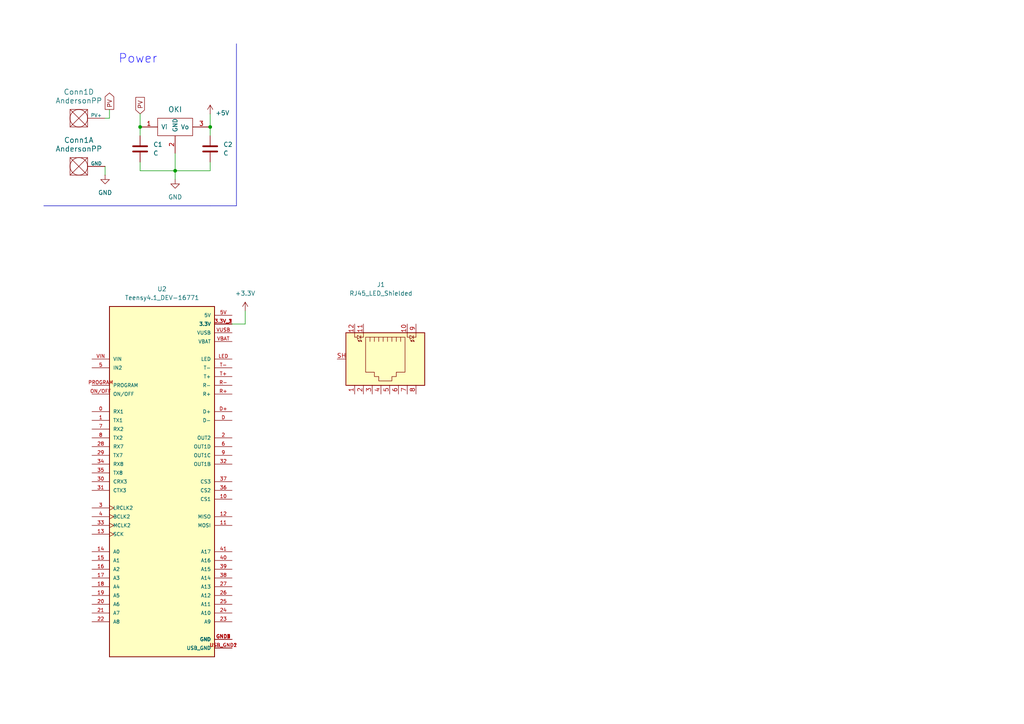
<source format=kicad_sch>
(kicad_sch (version 20231120) (generator "eeschema") (generator_version "8.0")
  (paper "A4")
  (lib_symbols
    (symbol "Connector:RJ45_LED_Shielded" (pin_names (offset 1.016))
      (property "Reference" "J" (at -5.08 13.97 0))
      (property "Value" "RJ45_LED_Shielded" (at 1.27 13.97 0))
      (symbol "RJ45_LED_Shielded_0_1"
        (polyline (pts (xy -7.62 -7.62) (xy -6.35 -7.62)))
        (polyline (pts (xy -7.62 -5.08) (xy -6.35 -5.08)))
        (polyline (pts (xy -7.62 7.62) (xy -6.35 7.62)))
        (polyline (pts (xy -7.62 10.16) (xy -6.35 10.16)))
        (polyline (pts (xy -6.858 -5.842) (xy -5.842 -5.842)))
        (polyline (pts (xy -6.858 9.398) (xy -5.842 9.398)))
        (polyline (pts (xy -6.35 -7.62) (xy -6.35 -6.858)))
        (polyline (pts (xy -6.35 -5.08) (xy -6.35 -5.842)))
        (polyline (pts (xy -6.35 7.62) (xy -6.35 8.382)))
        (polyline (pts (xy -6.35 10.16) (xy -6.35 9.398)))
        (polyline (pts (xy -5.08 -6.223) (xy -5.207 -6.604)))
        (polyline (pts (xy -5.08 -5.588) (xy -5.207 -5.969)))
        (polyline (pts (xy -5.08 4.445) (xy -6.35 4.445)))
        (polyline (pts (xy -5.08 5.715) (xy -6.35 5.715)))
        (polyline (pts (xy -5.08 9.017) (xy -5.207 8.636)))
        (polyline (pts (xy -5.08 9.652) (xy -5.207 9.271)))
        (polyline (pts (xy -6.35 -3.175) (xy -5.08 -3.175) (xy -5.08 -3.175)))
        (polyline (pts (xy -6.35 -1.905) (xy -5.08 -1.905) (xy -5.08 -1.905)))
        (polyline (pts (xy -6.35 -0.635) (xy -5.08 -0.635) (xy -5.08 -0.635)))
        (polyline (pts (xy -6.35 0.635) (xy -5.08 0.635) (xy -5.08 0.635)))
        (polyline (pts (xy -6.35 1.905) (xy -5.08 1.905) (xy -5.08 1.905)))
        (polyline (pts (xy -5.588 -6.731) (xy -5.08 -6.223) (xy -5.461 -6.35)))
        (polyline (pts (xy -5.588 -6.096) (xy -5.08 -5.588) (xy -5.461 -5.715)))
        (polyline (pts (xy -5.588 8.509) (xy -5.08 9.017) (xy -5.461 8.89)))
        (polyline (pts (xy -5.588 9.144) (xy -5.08 9.652) (xy -5.461 9.525)))
        (polyline (pts (xy -5.08 3.175) (xy -6.35 3.175) (xy -6.35 3.175)))
        (polyline (pts (xy -6.35 -5.842) (xy -6.858 -6.858) (xy -5.842 -6.858) (xy -6.35 -5.842)))
        (polyline (pts (xy -6.35 9.398) (xy -6.858 8.382) (xy -5.842 8.382) (xy -6.35 9.398)))
        (polyline (pts (xy -6.35 -4.445) (xy -6.35 6.985) (xy 3.81 6.985) (xy 3.81 4.445) (xy 5.08 4.445) (xy 5.08 3.175) (xy 6.35 3.175) (xy 6.35 -0.635) (xy 5.08 -0.635) (xy 5.08 -1.905) (xy 3.81 -1.905) (xy 3.81 -4.445) (xy -6.35 -4.445) (xy -6.35 -4.445)))
        (rectangle (start 7.62 12.7) (end -7.62 -10.16) (stroke (width 0.254)) (fill (type background)))
      )
      (symbol "RJ45_LED_Shielded_1_1"
        (pin passive line (at 10.16 -7.62 180) (length 2.54) (name "~") (number "1"))
        (pin passive line (at -10.16 7.62 0) (length 2.54) (name "~") (number "10"))
        (pin passive line (at -10.16 -5.08 0) (length 2.54) (name "~") (number "11"))
        (pin passive line (at -10.16 -7.62 0) (length 2.54) (name "~") (number "12"))
        (pin passive line (at 10.16 -5.08 180) (length 2.54) (name "~") (number "2"))
        (pin passive line (at 10.16 -2.54 180) (length 2.54) (name "~") (number "3"))
        (pin passive line (at 10.16 0 180) (length 2.54) (name "~") (number "4"))
        (pin passive line (at 10.16 2.54 180) (length 2.54) (name "~") (number "5"))
        (pin passive line (at 10.16 5.08 180) (length 2.54) (name "~") (number "6"))
        (pin passive line (at 10.16 7.62 180) (length 2.54) (name "~") (number "7"))
        (pin passive line (at 10.16 10.16 180) (length 2.54) (name "~") (number "8"))
        (pin passive line (at -10.16 10.16 0) (length 2.54) (name "~") (number "9"))
        (pin passive line (at 0 -12.7 90) (length 2.54) (name "~") (number "SH"))
      )
    )
    (symbol "Device:C" (pin_numbers hide) (pin_names (offset 0.254))
      (property "Reference" "C" (at 0.635 2.54 0))
      (property "Value" "C" (at 0.635 -2.54 0))
      (symbol "C_0_1"
        (polyline (pts (xy -2.032 -0.762) (xy 2.032 -0.762)) (stroke (width 0.508)))
        (polyline (pts (xy -2.032 0.762) (xy 2.032 0.762)) (stroke (width 0.508)))
      )
      (symbol "C_1_1"
        (pin passive line (at 0 3.81 270) (length 2.794) (name "~") (number "1"))
        (pin passive line (at 0 -3.81 90) (length 2.794) (name "~") (number "2"))
      )
    )
    (symbol "MRDT_Connectors:AndersonPP" (pin_numbers hide) (pin_names (offset 0))
      (property "Reference" "Conn" (at 3.81 -1.27 0))
      (property "Value" "AndersonPP" (at 2.54 6.35 0))
      (symbol "AndersonPP_0_1"
        (polyline (pts (xy 0 5.08) (xy 5.08 0)))
        (polyline (pts (xy 5.08 5.08) (xy 0 0)))
        (rectangle (start 0 0) (end 5.08 5.08))
        (circle (center 2.54 2.54) (radius 2.54))
      )
      (symbol "AndersonPP_1_1"
        (pin input line (at 10.16 2.54 180) (length 5.08) (name "GND") (number "1"))
      )
      (symbol "AndersonPP_2_1"
        (pin input line (at 10.16 2.54 180) (length 5.08) (name "V+Log") (number "2"))
      )
      (symbol "AndersonPP_3_1"
        (pin input line (at 10.16 2.54 180) (length 5.08) (name "V+Act") (number "3"))
      )
      (symbol "AndersonPP_4_1"
        (pin input line (at 10.16 2.54 180) (length 5.08) (name "PV+") (number "4"))
      )
      (symbol "AndersonPP_5_1"
        (pin input line (at 10.16 2.54 180) (length 5.08) (name "~") (number "1"))
      )
    )
    (symbol "MRDT_Devices:OKI" (pin_names (offset 1.016))
      (property "Value" "OKI" (at 5.08 6.35 0))
      (symbol "OKI_0_1"
        (rectangle (start 0 0) (end 10.16 5.08))
      )
      (symbol "OKI_1_1"
        (pin input line (at -5.08 2.54 0) (length 5.08) (name "Vi") (number "1"))
        (pin output line (at 5.08 -5.08 90) (length 5.08) (name "GND") (number "2"))
        (pin output line (at 15.24 2.54 180) (length 5.08) (name "Vo") (number "3"))
      )
    )
    (symbol "MRDT_Shields:Teensy4.1_DEV-16771" (pin_names (offset 1.016))
      (property "Reference" "U" (at -15.24 52.07 0))
      (property "Value" "Teensy4.1_DEV-16771" (at -15.24 -53.34 0))
      (symbol "Teensy4.1_DEV-16771_0_0"
        (rectangle (start -15.24 -50.8) (end 15.24 50.8) (stroke (width 0.254)) (fill (type background)))
        (pin bidirectional line (at -20.32 20.32 0) (length 5.08) (name "RX1") (number "0"))
        (pin bidirectional line (at -20.32 17.78 0) (length 5.08) (name "TX1") (number "1"))
        (pin bidirectional line (at 20.32 -5.08 180) (length 5.08) (name "CS1") (number "10"))
        (pin bidirectional line (at 20.32 -12.7 180) (length 5.08) (name "MOSI") (number "11"))
        (pin bidirectional line (at 20.32 -10.16 180) (length 5.08) (name "MISO") (number "12"))
        (pin bidirectional clock (at -20.32 -15.24 0) (length 5.08) (name "SCK") (number "13"))
        (pin bidirectional line (at -20.32 -20.32 0) (length 5.08) (name "A0") (number "14"))
        (pin bidirectional line (at -20.32 -22.86 0) (length 5.08) (name "A1") (number "15"))
        (pin bidirectional line (at -20.32 -25.4 0) (length 5.08) (name "A2") (number "16"))
        (pin bidirectional line (at -20.32 -27.94 0) (length 5.08) (name "A3") (number "17"))
        (pin bidirectional line (at -20.32 -30.48 0) (length 5.08) (name "A4") (number "18"))
        (pin bidirectional line (at -20.32 -33.02 0) (length 5.08) (name "A5") (number "19"))
        (pin output line (at 20.32 12.7 180) (length 5.08) (name "OUT2") (number "2"))
        (pin bidirectional line (at -20.32 -35.56 0) (length 5.08) (name "A6") (number "20"))
        (pin bidirectional line (at -20.32 -38.1 0) (length 5.08) (name "A7") (number "21"))
        (pin bidirectional line (at -20.32 -40.64 0) (length 5.08) (name "A8") (number "22"))
        (pin bidirectional line (at 20.32 -40.64 180) (length 5.08) (name "A9") (number "23"))
        (pin bidirectional line (at 20.32 -38.1 180) (length 5.08) (name "A10") (number "24"))
        (pin bidirectional line (at 20.32 -35.56 180) (length 5.08) (name "A11") (number "25"))
        (pin bidirectional line (at 20.32 -33.02 180) (length 5.08) (name "A12") (number "26"))
        (pin bidirectional line (at 20.32 -30.48 180) (length 5.08) (name "A13") (number "27"))
        (pin bidirectional line (at -20.32 10.16 0) (length 5.08) (name "RX7") (number "28"))
        (pin bidirectional line (at -20.32 7.62 0) (length 5.08) (name "TX7") (number "29"))
        (pin bidirectional clock (at -20.32 -7.62 0) (length 5.08) (name "LRCLK2") (number "3"))
        (pin power_in line (at 20.32 45.72 180) (length 5.08) (name "3.3V") (number "3.3V_1"))
        (pin power_in line (at 20.32 45.72 180) (length 5.08) (name "3.3V") (number "3.3V_2"))
        (pin power_in line (at 20.32 45.72 180) (length 5.08) (name "3.3V") (number "3.3V_3"))
        (pin bidirectional line (at -20.32 0 0) (length 5.08) (name "CRX3") (number "30"))
        (pin bidirectional line (at -20.32 -2.54 0) (length 5.08) (name "CTX3") (number "31"))
        (pin output line (at 20.32 5.08 180) (length 5.08) (name "OUT1B") (number "32"))
        (pin bidirectional clock (at -20.32 -12.7 0) (length 5.08) (name "MCLK2") (number "33"))
        (pin bidirectional line (at -20.32 5.08 0) (length 5.08) (name "RX8") (number "34"))
        (pin bidirectional line (at -20.32 2.54 0) (length 5.08) (name "TX8") (number "35"))
        (pin bidirectional line (at 20.32 -2.54 180) (length 5.08) (name "CS2") (number "36"))
        (pin bidirectional line (at 20.32 0 180) (length 5.08) (name "CS3") (number "37"))
        (pin bidirectional line (at 20.32 -27.94 180) (length 5.08) (name "A14") (number "38"))
        (pin bidirectional line (at 20.32 -25.4 180) (length 5.08) (name "A15") (number "39"))
        (pin bidirectional clock (at -20.32 -10.16 0) (length 5.08) (name "BCLK2") (number "4"))
        (pin bidirectional line (at 20.32 -22.86 180) (length 5.08) (name "A16") (number "40"))
        (pin bidirectional line (at 20.32 -20.32 180) (length 5.08) (name "A17") (number "41"))
        (pin bidirectional line (at -20.32 33.02 0) (length 5.08) (name "IN2") (number "5"))
        (pin power_in line (at 20.32 48.26 180) (length 5.08) (name "5V") (number "5V"))
        (pin output line (at 20.32 10.16 180) (length 5.08) (name "OUT1D") (number "6"))
        (pin bidirectional line (at -20.32 15.24 0) (length 5.08) (name "RX2") (number "7"))
        (pin bidirectional line (at -20.32 12.7 0) (length 5.08) (name "TX2") (number "8"))
        (pin output line (at 20.32 7.62 180) (length 5.08) (name "OUT1C") (number "9"))
        (pin bidirectional line (at 20.32 17.78 180) (length 5.08) (name "D-") (number "D"))
        (pin bidirectional line (at 20.32 20.32 180) (length 5.08) (name "D+") (number "D+"))
        (pin power_in line (at 20.32 -45.72 180) (length 5.08) (name "GND") (number "GND1"))
        (pin power_in line (at 20.32 -45.72 180) (length 5.08) (name "GND") (number "GND2"))
        (pin power_in line (at 20.32 -45.72 180) (length 5.08) (name "GND") (number "GND3"))
        (pin power_in line (at 20.32 -45.72 180) (length 5.08) (name "GND") (number "GND4"))
        (pin power_in line (at 20.32 -45.72 180) (length 5.08) (name "GND") (number "GND5"))
        (pin bidirectional line (at 20.32 35.56 180) (length 5.08) (name "LED") (number "LED"))
        (pin bidirectional line (at -20.32 25.4 0) (length 5.08) (name "ON/OFF") (number "ON/OFF"))
        (pin bidirectional line (at -20.32 27.94 0) (length 5.08) (name "PROGRAM") (number "PROGRAM"))
        (pin bidirectional line (at 20.32 25.4 180) (length 5.08) (name "R+") (number "R+"))
        (pin bidirectional line (at 20.32 27.94 180) (length 5.08) (name "R-") (number "R-"))
        (pin bidirectional line (at 20.32 30.48 180) (length 5.08) (name "T+") (number "T+"))
        (pin bidirectional line (at 20.32 33.02 180) (length 5.08) (name "T-") (number "T-"))
        (pin power_in line (at 20.32 -48.26 180) (length 5.08) (name "USB_GND") (number "USB_GND1"))
        (pin power_in line (at 20.32 -48.26 180) (length 5.08) (name "USB_GND") (number "USB_GND2"))
        (pin passive line (at 20.32 40.64 180) (length 5.08) (name "VBAT") (number "VBAT"))
        (pin input line (at -20.32 35.56 0) (length 5.08) (name "VIN") (number "VIN"))
        (pin passive line (at 20.32 43.18 180) (length 5.08) (name "VUSB") (number "VUSB"))
      )
    )
    (symbol "power:+3.3V" (power) (pin_numbers hide) (pin_names (offset 0) hide)
      (property "Value" "+3.3V" (at 0 3.556 0))
      (symbol "+3.3V_0_1"
        (polyline (pts (xy -0.762 1.27) (xy 0 2.54)))
        (polyline (pts (xy 0 0) (xy 0 2.54)))
        (polyline (pts (xy 0 2.54) (xy 0.762 1.27)))
      )
      (symbol "+3.3V_1_1"
        (pin power_in line (at 0 0 90) (length 0) (name "~") (number "1"))
      )
    )
    (symbol "power:+5V" (power) (pin_numbers hide) (pin_names (offset 0) hide)
      (property "Value" "+5V" (at 0 3.556 0))
      (symbol "+5V_0_1"
        (polyline (pts (xy -0.762 1.27) (xy 0 2.54)))
        (polyline (pts (xy 0 0) (xy 0 2.54)))
        (polyline (pts (xy 0 2.54) (xy 0.762 1.27)))
      )
      (symbol "+5V_1_1"
        (pin power_in line (at 0 0 90) (length 0) (name "~") (number "1"))
      )
    )
    (symbol "power:GND" (power) (pin_numbers hide) (pin_names (offset 0) hide)
      (property "Value" "GND" (at 0 -3.81 0))
      (symbol "GND_0_1"
        (polyline (pts (xy 0 0) (xy 0 -1.27) (xy 1.27 -1.27) (xy 0 -2.54) (xy -1.27 -1.27) (xy 0 -1.27)))
      )
      (symbol "GND_1_1"
        (pin power_in line (at 0 0 270) (length 0) (name "~") (number "1"))
      )
    )
  )
  (junction (at 60.96 36.83))
  (junction (at 50.8 49.53))
  (junction (at 40.64 36.83))
  (wire (pts (xy 71.12 90.17) (xy 71.12 93.98)))
  (wire (pts (xy 40.64 46.99) (xy 40.64 49.53)))
  (wire (pts (xy 50.8 49.53) (xy 50.8 52.07)))
  (wire (pts (xy 40.64 49.53) (xy 50.8 49.53)))
  (polyline (pts (xy 60.96 59.69) (xy 68.58 59.69)))
  (wire (pts (xy 40.64 36.83) (xy 40.64 39.37)))
  (wire (pts (xy 60.96 46.99) (xy 60.96 49.53)))
  (wire (pts (xy 60.96 36.83) (xy 60.96 39.37)))
  (wire (pts (xy 60.96 33.02) (xy 60.96 36.83)))
  (polyline (pts (xy 68.58 12.7) (xy 68.58 59.69)))
  (wire (pts (xy 30.48 48.26) (xy 30.48 50.8)))
  (wire (pts (xy 30.48 34.29) (xy 31.75 34.29)))
  (wire (pts (xy 31.75 34.29) (xy 31.75 31.75)))
  (wire (pts (xy 50.8 44.45) (xy 50.8 49.53)))
  (polyline (pts (xy 12.7 59.69) (xy 60.96 59.69)))
  (wire (pts (xy 67.31 93.98) (xy 71.12 93.98)))
  (wire (pts (xy 60.96 49.53) (xy 50.8 49.53)))
  (wire (pts (xy 40.64 33.02) (xy 40.64 36.83)))
  (label "Power" (at 34.29 19.05 0) (effects (font (size 2.54 2.54))))
  (global_label "PV" (shape input) (at 40.64 33.02 90) (property "Intersheetrefs" "${INTERSHEET_REFS}" (effects (hide yes))))
  (global_label "PV" (shape output) (at 31.75 31.75 90) (property "Intersheetrefs" "${INTERSHEET_REFS}" (effects (hide yes))))
  (symbol (lib_id "MRDT_Devices:OKI") (at 45.72 39.37 0) (unit 1)
    (property "Reference" "U1" (effects (hide yes)))
    (property "Value" "OKI" (at 50.8 31.75 0) (effects (font (size 1.524 1.524))))
    (property "Description" "DC/DC Buck Converter" (effects (hide yes)))
  )
  (symbol (lib_id "power:+3.3V") (at 71.12 90.17 0) (unit 1)
    (property "Reference" "#PWR04" (effects (hide yes)))
    (property "Value" "+3.3V" (at 71.12 85.09 0))
    (property "Description" "Power symbol creates a global label with name \"+3.3V\"" (effects (hide yes)))
  )
  (symbol (lib_id "power:GND") (at 30.48 50.8 0) (unit 1)
    (property "Reference" "#PWR01" (effects (hide yes)))
    (property "Value" "GND" (at 30.48 55.88 0))
    (property "Description" "Power symbol creates a global label with name \"GND\" , ground" (effects (hide yes)))
  )
  (symbol (lib_id "Device:C") (at 60.96 43.18 0) (unit 1)
    (property "Reference" "C2" (at 64.77 41.9099 0) (effects (justify left)))
    (property "Value" "C" (at 64.77 44.4499 0) (effects (justify left)))
    (property "Description" "Unpolarized capacitor" (effects (hide yes)))
  )
  (symbol (lib_id "Connector:RJ45_LED_Shielded") (at 110.49 104.14 270) (unit 1)
    (property "Reference" "J1" (at 110.49 82.55 90))
    (property "Value" "RJ45_LED_Shielded" (at 110.49 85.09 90))
    (property "Description" "RJ connector, 8P8C (8 positions 8 connected), two LEDs, Shielded" (effects (hide yes)))
  )
  (symbol (lib_id "power:GND") (at 50.8 52.07 0) (unit 1)
    (property "Reference" "#PWR02" (effects (hide yes)))
    (property "Value" "GND" (at 50.8 57.15 0))
    (property "Description" "Power symbol creates a global label with name \"GND\" , ground" (effects (hide yes)))
  )
  (symbol (lib_id "MRDT_Shields:Teensy4.1_DEV-16771") (at 46.99 139.7 0) (unit 1)
    (property "Reference" "U2" (at 46.99 83.82 0))
    (property "Value" "Teensy4.1_DEV-16771" (at 46.99 86.36 0))
    (property "Footprint" "MODULE_DEV-16771" (effects (hide yes)))
    (property "STANDARD" "Manufacturer recommendations" (effects (hide yes)))
    (property "MAXIMUM_PACKAGE_HEIGHT" "4.07mm" (effects (hide yes)))
    (property "MANUFACTURER" "SparkFun Electronics" (effects (hide yes)))
    (property "PARTREV" "4.1" (effects (hide yes)))
  )
  (symbol (lib_id "Device:C") (at 40.64 43.18 0) (unit 1)
    (property "Reference" "C1" (at 44.45 41.9099 0) (effects (justify left)))
    (property "Value" "C" (at 44.45 44.4499 0) (effects (justify left)))
    (property "Description" "Unpolarized capacitor" (effects (hide yes)))
  )
  (symbol (lib_id "MRDT_Connectors:AndersonPP") (at 20.32 36.83 0) (unit 4)
    (property "Reference" "Conn1" (at 22.86 26.67 0) (effects (font (size 1.524 1.524))))
    (property "Value" "AndersonPP" (at 22.86 29.21 0) (effects (font (size 1.524 1.524))))
  )
  (symbol (lib_id "MRDT_Connectors:AndersonPP") (at 20.32 50.8 0) (unit 1)
    (property "Reference" "Conn1" (at 22.86 40.64 0) (effects (font (size 1.524 1.524))))
    (property "Value" "AndersonPP" (at 22.86 43.18 0) (effects (font (size 1.524 1.524))))
  )
  (symbol (lib_id "power:+5V") (at 60.96 33.02 0) (unit 1)
    (property "Reference" "#PWR03" (effects (hide yes)))
    (property "Value" "+5V" (at 64.516 32.766 0))
    (property "Description" "Power symbol creates a global label with name \"+5V\"" (effects (hide yes)))
  )
)
</source>
